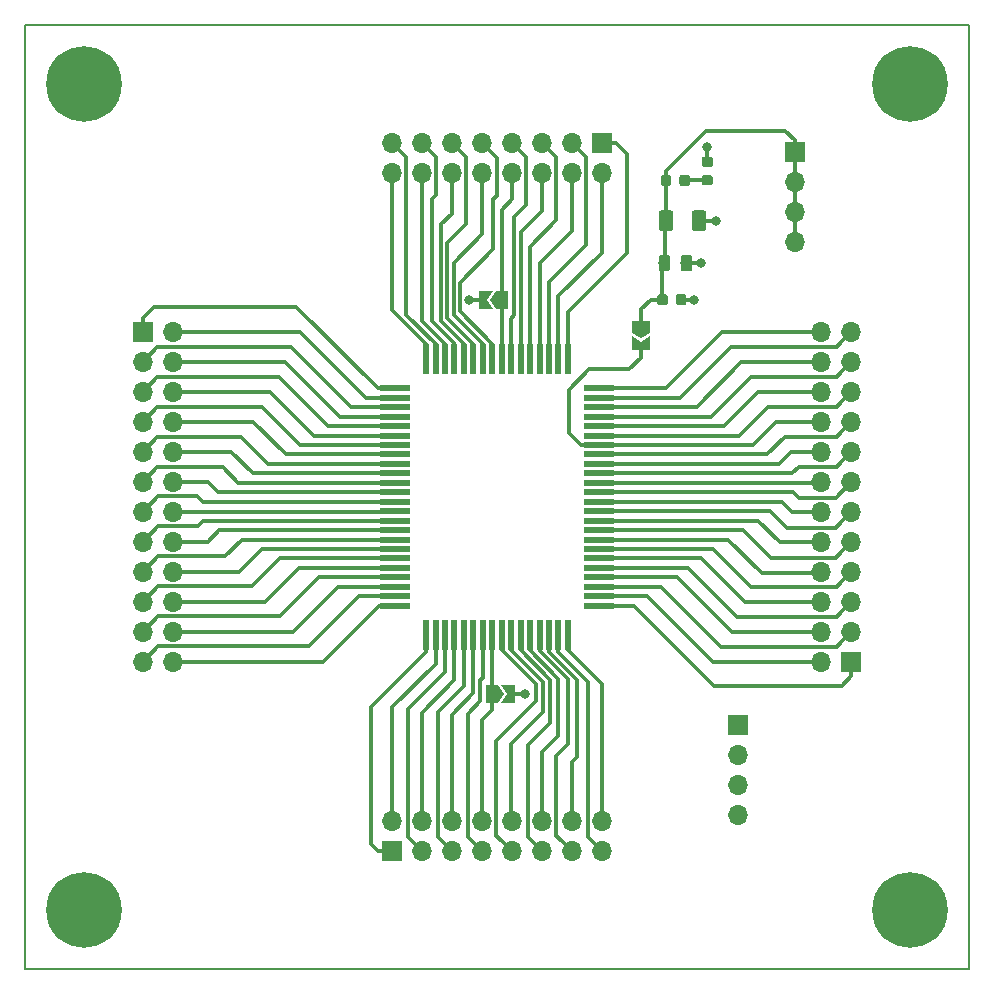
<source format=gbr>
G04 #@! TF.GenerationSoftware,KiCad,Pcbnew,5.0.2-bee76a0~70~ubuntu18.10.1*
G04 #@! TF.CreationDate,2019-01-06T00:09:58+02:00*
G04 #@! TF.ProjectId,GB-BRK-CPU-G1,47422d42-524b-42d4-9350-552d47312e6b,v1.0*
G04 #@! TF.SameCoordinates,Original*
G04 #@! TF.FileFunction,Copper,L1,Top*
G04 #@! TF.FilePolarity,Positive*
%FSLAX46Y46*%
G04 Gerber Fmt 4.6, Leading zero omitted, Abs format (unit mm)*
G04 Created by KiCad (PCBNEW 5.0.2-bee76a0~70~ubuntu18.10.1) date su  6. tammikuuta 2019 00.09.58*
%MOMM*%
%LPD*%
G01*
G04 APERTURE LIST*
G04 #@! TA.AperFunction,NonConductor*
%ADD10C,0.150000*%
G04 #@! TD*
G04 #@! TA.AperFunction,SMDPad,CuDef*
%ADD11R,0.500000X2.500000*%
G04 #@! TD*
G04 #@! TA.AperFunction,SMDPad,CuDef*
%ADD12R,2.500000X0.500000*%
G04 #@! TD*
G04 #@! TA.AperFunction,ComponentPad*
%ADD13C,0.800000*%
G04 #@! TD*
G04 #@! TA.AperFunction,ComponentPad*
%ADD14C,6.400000*%
G04 #@! TD*
G04 #@! TA.AperFunction,Conductor*
%ADD15C,0.100000*%
G04 #@! TD*
G04 #@! TA.AperFunction,SMDPad,CuDef*
%ADD16C,0.875000*%
G04 #@! TD*
G04 #@! TA.AperFunction,SMDPad,CuDef*
%ADD17C,0.975000*%
G04 #@! TD*
G04 #@! TA.AperFunction,SMDPad,CuDef*
%ADD18C,1.250000*%
G04 #@! TD*
G04 #@! TA.AperFunction,SMDPad,CuDef*
%ADD19C,0.300000*%
G04 #@! TD*
G04 #@! TA.AperFunction,ComponentPad*
%ADD20O,1.700000X1.700000*%
G04 #@! TD*
G04 #@! TA.AperFunction,ComponentPad*
%ADD21R,1.700000X1.700000*%
G04 #@! TD*
G04 #@! TA.AperFunction,ViaPad*
%ADD22C,0.800000*%
G04 #@! TD*
G04 #@! TA.AperFunction,Conductor*
%ADD23C,0.320000*%
G04 #@! TD*
G04 APERTURE END LIST*
D10*
X140000000Y-60000000D02*
X60000000Y-60000000D01*
X140000000Y-140000000D02*
X140000000Y-60000000D01*
X60000000Y-140000000D02*
X140000000Y-140000000D01*
X60000000Y-60000000D02*
X60000000Y-140000000D01*
D11*
G04 #@! TO.P,U1,80*
G04 #@! TO.N,/Pin_80*
X94000000Y-88350000D03*
G04 #@! TO.P,U1,79*
G04 #@! TO.N,/Pin_79*
X94800000Y-88350000D03*
G04 #@! TO.P,U1,78*
G04 #@! TO.N,/Pin_78*
X95600000Y-88350000D03*
G04 #@! TO.P,U1,77*
G04 #@! TO.N,/Pin_77*
X96400000Y-88350000D03*
G04 #@! TO.P,U1,76*
G04 #@! TO.N,/Pin_76*
X97200000Y-88350000D03*
G04 #@! TO.P,U1,75*
G04 #@! TO.N,/Pin_75*
X98000000Y-88350000D03*
G04 #@! TO.P,U1,74*
G04 #@! TO.N,/Pin_74*
X98800000Y-88350000D03*
G04 #@! TO.P,U1,73*
G04 #@! TO.N,/Pin_73*
X99600000Y-88350000D03*
G04 #@! TO.P,U1,72*
G04 #@! TO.N,/Pin_72*
X100400000Y-88350000D03*
G04 #@! TO.P,U1,71*
G04 #@! TO.N,/Pin_71*
X101200000Y-88350000D03*
G04 #@! TO.P,U1,70*
G04 #@! TO.N,/Pin_70*
X102000000Y-88350000D03*
G04 #@! TO.P,U1,69*
G04 #@! TO.N,/Pin_69*
X102800000Y-88350000D03*
G04 #@! TO.P,U1,68*
G04 #@! TO.N,/Pin_68*
X103600000Y-88350000D03*
G04 #@! TO.P,U1,67*
G04 #@! TO.N,/Pin_67*
X104400000Y-88350000D03*
G04 #@! TO.P,U1,66*
G04 #@! TO.N,/Pin_66*
X105200000Y-88350000D03*
D12*
G04 #@! TO.P,U1,64*
G04 #@! TO.N,/Pin_64*
X108600000Y-90800000D03*
G04 #@! TO.P,U1,63*
G04 #@! TO.N,/Pin_63*
X108600000Y-91600000D03*
G04 #@! TO.P,U1,62*
G04 #@! TO.N,/Pin_62*
X108600000Y-92400000D03*
G04 #@! TO.P,U1,61*
G04 #@! TO.N,/Pin_61*
X108600000Y-93200000D03*
G04 #@! TO.P,U1,60*
G04 #@! TO.N,/Pin_60*
X108600000Y-94000000D03*
G04 #@! TO.P,U1,59*
G04 #@! TO.N,/Pin_59*
X108600000Y-94800000D03*
G04 #@! TO.P,U1,58*
G04 #@! TO.N,/Pin_58*
X108600000Y-95600000D03*
G04 #@! TO.P,U1,57*
G04 #@! TO.N,/Pin_57*
X108600000Y-96400000D03*
G04 #@! TO.P,U1,56*
G04 #@! TO.N,/Pin_56*
X108600000Y-97200000D03*
G04 #@! TO.P,U1,55*
G04 #@! TO.N,/Pin_55*
X108600000Y-98000000D03*
G04 #@! TO.P,U1,54*
G04 #@! TO.N,/Pin_54*
X108600000Y-98800000D03*
G04 #@! TO.P,U1,53*
G04 #@! TO.N,/Pin_53*
X108600000Y-99600000D03*
G04 #@! TO.P,U1,52*
G04 #@! TO.N,/Pin_52*
X108600000Y-100400000D03*
G04 #@! TO.P,U1,51*
G04 #@! TO.N,/Pin_51*
X108600000Y-101200000D03*
G04 #@! TO.P,U1,50*
G04 #@! TO.N,/Pin_50*
X108600000Y-102000000D03*
G04 #@! TO.P,U1,49*
G04 #@! TO.N,/Pin_49*
X108600000Y-102800000D03*
G04 #@! TO.P,U1,48*
G04 #@! TO.N,/Pin_48*
X108600000Y-103600000D03*
G04 #@! TO.P,U1,47*
G04 #@! TO.N,/Pin_47*
X108600000Y-104400000D03*
G04 #@! TO.P,U1,46*
G04 #@! TO.N,/Pin_46*
X108600000Y-105200000D03*
G04 #@! TO.P,U1,45*
G04 #@! TO.N,/Pin_45*
X108600000Y-106000000D03*
G04 #@! TO.P,U1,44*
G04 #@! TO.N,/Pin_44*
X108600000Y-106800000D03*
G04 #@! TO.P,U1,43*
G04 #@! TO.N,/Pin_43*
X108600000Y-107600000D03*
G04 #@! TO.P,U1,42*
G04 #@! TO.N,/Pin_42*
X108600000Y-108400000D03*
D11*
G04 #@! TO.P,U1,40*
G04 #@! TO.N,/Pin_40*
X106000000Y-111650000D03*
G04 #@! TO.P,U1,39*
G04 #@! TO.N,/Pin_39*
X105200000Y-111650000D03*
G04 #@! TO.P,U1,38*
G04 #@! TO.N,/Pin_38*
X104400000Y-111650000D03*
G04 #@! TO.P,U1,37*
G04 #@! TO.N,/Pin_37*
X103600000Y-111650000D03*
G04 #@! TO.P,U1,36*
G04 #@! TO.N,/Pin_36*
X102800000Y-111650000D03*
G04 #@! TO.P,U1,35*
G04 #@! TO.N,/Pin_35*
X102000000Y-111650000D03*
G04 #@! TO.P,U1,34*
G04 #@! TO.N,/Pin_34*
X101200000Y-111650000D03*
G04 #@! TO.P,U1,33*
G04 #@! TO.N,/Pin_33*
X100400000Y-111650000D03*
G04 #@! TO.P,U1,32*
G04 #@! TO.N,/Pin_32*
X99600000Y-111650000D03*
G04 #@! TO.P,U1,31*
G04 #@! TO.N,/Pin_31*
X98800000Y-111650000D03*
G04 #@! TO.P,U1,30*
G04 #@! TO.N,/Pin_30*
X98000000Y-111650000D03*
G04 #@! TO.P,U1,29*
G04 #@! TO.N,/Pin_29*
X97200000Y-111650000D03*
G04 #@! TO.P,U1,28*
G04 #@! TO.N,/Pin_28*
X96400000Y-111650000D03*
G04 #@! TO.P,U1,27*
G04 #@! TO.N,/Pin_27*
X95600000Y-111650000D03*
G04 #@! TO.P,U1,26*
G04 #@! TO.N,/Pin_26*
X94800000Y-111650000D03*
D12*
G04 #@! TO.P,U1,24*
G04 #@! TO.N,/Pin_24*
X91400000Y-109200000D03*
G04 #@! TO.P,U1,23*
G04 #@! TO.N,/Pin_23*
X91400000Y-108400000D03*
G04 #@! TO.P,U1,22*
G04 #@! TO.N,/Pin_22*
X91400000Y-107600000D03*
G04 #@! TO.P,U1,21*
G04 #@! TO.N,/Pin_21*
X91400000Y-106800000D03*
G04 #@! TO.P,U1,20*
G04 #@! TO.N,/Pin_20*
X91400000Y-106000000D03*
G04 #@! TO.P,U1,19*
G04 #@! TO.N,/Pin_19*
X91400000Y-105200000D03*
G04 #@! TO.P,U1,18*
G04 #@! TO.N,/Pin_18*
X91400000Y-104400000D03*
G04 #@! TO.P,U1,17*
G04 #@! TO.N,/Pin_17*
X91400000Y-103600000D03*
G04 #@! TO.P,U1,16*
G04 #@! TO.N,/Pin_16*
X91400000Y-102800000D03*
G04 #@! TO.P,U1,15*
G04 #@! TO.N,/Pin_15*
X91400000Y-102000000D03*
G04 #@! TO.P,U1,14*
G04 #@! TO.N,/Pin_14*
X91400000Y-101200000D03*
G04 #@! TO.P,U1,13*
G04 #@! TO.N,/Pin_13*
X91400000Y-100400000D03*
G04 #@! TO.P,U1,12*
G04 #@! TO.N,/Pin_12*
X91400000Y-99600000D03*
G04 #@! TO.P,U1,11*
G04 #@! TO.N,/Pin_11*
X91400000Y-98800000D03*
G04 #@! TO.P,U1,10*
G04 #@! TO.N,/Pin_10*
X91400000Y-98000000D03*
G04 #@! TO.P,U1,9*
G04 #@! TO.N,/Pin_9*
X91400000Y-97200000D03*
G04 #@! TO.P,U1,8*
G04 #@! TO.N,/Pin_8*
X91400000Y-96400000D03*
G04 #@! TO.P,U1,7*
G04 #@! TO.N,/Pin_7*
X91400000Y-95600000D03*
G04 #@! TO.P,U1,6*
G04 #@! TO.N,/Pin_6*
X91400000Y-94800000D03*
G04 #@! TO.P,U1,5*
G04 #@! TO.N,/Pin_5*
X91400000Y-94000000D03*
G04 #@! TO.P,U1,4*
G04 #@! TO.N,/Pin_4*
X91400000Y-93200000D03*
G04 #@! TO.P,U1,3*
G04 #@! TO.N,/Pin_3*
X91400000Y-92400000D03*
G04 #@! TO.P,U1,2*
G04 #@! TO.N,/Pin_2*
X91400000Y-91600000D03*
G04 #@! TO.P,U1,41*
G04 #@! TO.N,/Pin_41*
X108600000Y-109200000D03*
D11*
G04 #@! TO.P,U1,25*
G04 #@! TO.N,/Pin_25*
X94000000Y-111650000D03*
D12*
G04 #@! TO.P,U1,1*
G04 #@! TO.N,/Pin_1*
X91400000Y-90800000D03*
D11*
G04 #@! TO.P,U1,65*
G04 #@! TO.N,/Pin_65*
X106000000Y-88350000D03*
G04 #@! TD*
D13*
G04 #@! TO.P,MK2,1*
G04 #@! TO.N,GND*
X66697056Y-133302944D03*
X65000000Y-132600000D03*
X63302944Y-133302944D03*
X62600000Y-135000000D03*
X63302944Y-136697056D03*
X65000000Y-137400000D03*
X66697056Y-136697056D03*
X67400000Y-135000000D03*
D14*
X65000000Y-135000000D03*
G04 #@! TD*
D13*
G04 #@! TO.P,MK1,1*
G04 #@! TO.N,GND*
X66697056Y-63302944D03*
X65000000Y-62600000D03*
X63302944Y-63302944D03*
X62600000Y-65000000D03*
X63302944Y-66697056D03*
X65000000Y-67400000D03*
X66697056Y-66697056D03*
X67400000Y-65000000D03*
D14*
X65000000Y-65000000D03*
G04 #@! TD*
D13*
G04 #@! TO.P,MK3,1*
G04 #@! TO.N,GND*
X136697056Y-63302944D03*
X135000000Y-62600000D03*
X133302944Y-63302944D03*
X132600000Y-65000000D03*
X133302944Y-66697056D03*
X135000000Y-67400000D03*
X136697056Y-66697056D03*
X137400000Y-65000000D03*
D14*
X135000000Y-65000000D03*
G04 #@! TD*
D13*
G04 #@! TO.P,MK4,1*
G04 #@! TO.N,GND*
X136697056Y-133302944D03*
X135000000Y-132600000D03*
X133302944Y-133302944D03*
X132600000Y-135000000D03*
X133302944Y-136697056D03*
X135000000Y-137400000D03*
X136697056Y-136697056D03*
X137400000Y-135000000D03*
D14*
X135000000Y-135000000D03*
G04 #@! TD*
D15*
G04 #@! TO.N,GND*
G04 #@! TO.C,C1*
G36*
X115827691Y-82826053D02*
X115848926Y-82829203D01*
X115869750Y-82834419D01*
X115889962Y-82841651D01*
X115909368Y-82850830D01*
X115927781Y-82861866D01*
X115945024Y-82874654D01*
X115960930Y-82889070D01*
X115975346Y-82904976D01*
X115988134Y-82922219D01*
X115999170Y-82940632D01*
X116008349Y-82960038D01*
X116015581Y-82980250D01*
X116020797Y-83001074D01*
X116023947Y-83022309D01*
X116025000Y-83043750D01*
X116025000Y-83556250D01*
X116023947Y-83577691D01*
X116020797Y-83598926D01*
X116015581Y-83619750D01*
X116008349Y-83639962D01*
X115999170Y-83659368D01*
X115988134Y-83677781D01*
X115975346Y-83695024D01*
X115960930Y-83710930D01*
X115945024Y-83725346D01*
X115927781Y-83738134D01*
X115909368Y-83749170D01*
X115889962Y-83758349D01*
X115869750Y-83765581D01*
X115848926Y-83770797D01*
X115827691Y-83773947D01*
X115806250Y-83775000D01*
X115368750Y-83775000D01*
X115347309Y-83773947D01*
X115326074Y-83770797D01*
X115305250Y-83765581D01*
X115285038Y-83758349D01*
X115265632Y-83749170D01*
X115247219Y-83738134D01*
X115229976Y-83725346D01*
X115214070Y-83710930D01*
X115199654Y-83695024D01*
X115186866Y-83677781D01*
X115175830Y-83659368D01*
X115166651Y-83639962D01*
X115159419Y-83619750D01*
X115154203Y-83598926D01*
X115151053Y-83577691D01*
X115150000Y-83556250D01*
X115150000Y-83043750D01*
X115151053Y-83022309D01*
X115154203Y-83001074D01*
X115159419Y-82980250D01*
X115166651Y-82960038D01*
X115175830Y-82940632D01*
X115186866Y-82922219D01*
X115199654Y-82904976D01*
X115214070Y-82889070D01*
X115229976Y-82874654D01*
X115247219Y-82861866D01*
X115265632Y-82850830D01*
X115285038Y-82841651D01*
X115305250Y-82834419D01*
X115326074Y-82829203D01*
X115347309Y-82826053D01*
X115368750Y-82825000D01*
X115806250Y-82825000D01*
X115827691Y-82826053D01*
X115827691Y-82826053D01*
G37*
D16*
G04 #@! TD*
G04 #@! TO.P,C1,2*
G04 #@! TO.N,GND*
X115587500Y-83300000D03*
D15*
G04 #@! TO.N,+5V*
G04 #@! TO.C,C1*
G36*
X114252691Y-82826053D02*
X114273926Y-82829203D01*
X114294750Y-82834419D01*
X114314962Y-82841651D01*
X114334368Y-82850830D01*
X114352781Y-82861866D01*
X114370024Y-82874654D01*
X114385930Y-82889070D01*
X114400346Y-82904976D01*
X114413134Y-82922219D01*
X114424170Y-82940632D01*
X114433349Y-82960038D01*
X114440581Y-82980250D01*
X114445797Y-83001074D01*
X114448947Y-83022309D01*
X114450000Y-83043750D01*
X114450000Y-83556250D01*
X114448947Y-83577691D01*
X114445797Y-83598926D01*
X114440581Y-83619750D01*
X114433349Y-83639962D01*
X114424170Y-83659368D01*
X114413134Y-83677781D01*
X114400346Y-83695024D01*
X114385930Y-83710930D01*
X114370024Y-83725346D01*
X114352781Y-83738134D01*
X114334368Y-83749170D01*
X114314962Y-83758349D01*
X114294750Y-83765581D01*
X114273926Y-83770797D01*
X114252691Y-83773947D01*
X114231250Y-83775000D01*
X113793750Y-83775000D01*
X113772309Y-83773947D01*
X113751074Y-83770797D01*
X113730250Y-83765581D01*
X113710038Y-83758349D01*
X113690632Y-83749170D01*
X113672219Y-83738134D01*
X113654976Y-83725346D01*
X113639070Y-83710930D01*
X113624654Y-83695024D01*
X113611866Y-83677781D01*
X113600830Y-83659368D01*
X113591651Y-83639962D01*
X113584419Y-83619750D01*
X113579203Y-83598926D01*
X113576053Y-83577691D01*
X113575000Y-83556250D01*
X113575000Y-83043750D01*
X113576053Y-83022309D01*
X113579203Y-83001074D01*
X113584419Y-82980250D01*
X113591651Y-82960038D01*
X113600830Y-82940632D01*
X113611866Y-82922219D01*
X113624654Y-82904976D01*
X113639070Y-82889070D01*
X113654976Y-82874654D01*
X113672219Y-82861866D01*
X113690632Y-82850830D01*
X113710038Y-82841651D01*
X113730250Y-82834419D01*
X113751074Y-82829203D01*
X113772309Y-82826053D01*
X113793750Y-82825000D01*
X114231250Y-82825000D01*
X114252691Y-82826053D01*
X114252691Y-82826053D01*
G37*
D16*
G04 #@! TD*
G04 #@! TO.P,C1,1*
G04 #@! TO.N,+5V*
X114012500Y-83300000D03*
D15*
G04 #@! TO.N,GND*
G04 #@! TO.C,C2*
G36*
X116305142Y-79501174D02*
X116328803Y-79504684D01*
X116352007Y-79510496D01*
X116374529Y-79518554D01*
X116396153Y-79528782D01*
X116416670Y-79541079D01*
X116435883Y-79555329D01*
X116453607Y-79571393D01*
X116469671Y-79589117D01*
X116483921Y-79608330D01*
X116496218Y-79628847D01*
X116506446Y-79650471D01*
X116514504Y-79672993D01*
X116520316Y-79696197D01*
X116523826Y-79719858D01*
X116525000Y-79743750D01*
X116525000Y-80656250D01*
X116523826Y-80680142D01*
X116520316Y-80703803D01*
X116514504Y-80727007D01*
X116506446Y-80749529D01*
X116496218Y-80771153D01*
X116483921Y-80791670D01*
X116469671Y-80810883D01*
X116453607Y-80828607D01*
X116435883Y-80844671D01*
X116416670Y-80858921D01*
X116396153Y-80871218D01*
X116374529Y-80881446D01*
X116352007Y-80889504D01*
X116328803Y-80895316D01*
X116305142Y-80898826D01*
X116281250Y-80900000D01*
X115793750Y-80900000D01*
X115769858Y-80898826D01*
X115746197Y-80895316D01*
X115722993Y-80889504D01*
X115700471Y-80881446D01*
X115678847Y-80871218D01*
X115658330Y-80858921D01*
X115639117Y-80844671D01*
X115621393Y-80828607D01*
X115605329Y-80810883D01*
X115591079Y-80791670D01*
X115578782Y-80771153D01*
X115568554Y-80749529D01*
X115560496Y-80727007D01*
X115554684Y-80703803D01*
X115551174Y-80680142D01*
X115550000Y-80656250D01*
X115550000Y-79743750D01*
X115551174Y-79719858D01*
X115554684Y-79696197D01*
X115560496Y-79672993D01*
X115568554Y-79650471D01*
X115578782Y-79628847D01*
X115591079Y-79608330D01*
X115605329Y-79589117D01*
X115621393Y-79571393D01*
X115639117Y-79555329D01*
X115658330Y-79541079D01*
X115678847Y-79528782D01*
X115700471Y-79518554D01*
X115722993Y-79510496D01*
X115746197Y-79504684D01*
X115769858Y-79501174D01*
X115793750Y-79500000D01*
X116281250Y-79500000D01*
X116305142Y-79501174D01*
X116305142Y-79501174D01*
G37*
D17*
G04 #@! TD*
G04 #@! TO.P,C2,2*
G04 #@! TO.N,GND*
X116037500Y-80200000D03*
D15*
G04 #@! TO.N,+5V*
G04 #@! TO.C,C2*
G36*
X114430142Y-79501174D02*
X114453803Y-79504684D01*
X114477007Y-79510496D01*
X114499529Y-79518554D01*
X114521153Y-79528782D01*
X114541670Y-79541079D01*
X114560883Y-79555329D01*
X114578607Y-79571393D01*
X114594671Y-79589117D01*
X114608921Y-79608330D01*
X114621218Y-79628847D01*
X114631446Y-79650471D01*
X114639504Y-79672993D01*
X114645316Y-79696197D01*
X114648826Y-79719858D01*
X114650000Y-79743750D01*
X114650000Y-80656250D01*
X114648826Y-80680142D01*
X114645316Y-80703803D01*
X114639504Y-80727007D01*
X114631446Y-80749529D01*
X114621218Y-80771153D01*
X114608921Y-80791670D01*
X114594671Y-80810883D01*
X114578607Y-80828607D01*
X114560883Y-80844671D01*
X114541670Y-80858921D01*
X114521153Y-80871218D01*
X114499529Y-80881446D01*
X114477007Y-80889504D01*
X114453803Y-80895316D01*
X114430142Y-80898826D01*
X114406250Y-80900000D01*
X113918750Y-80900000D01*
X113894858Y-80898826D01*
X113871197Y-80895316D01*
X113847993Y-80889504D01*
X113825471Y-80881446D01*
X113803847Y-80871218D01*
X113783330Y-80858921D01*
X113764117Y-80844671D01*
X113746393Y-80828607D01*
X113730329Y-80810883D01*
X113716079Y-80791670D01*
X113703782Y-80771153D01*
X113693554Y-80749529D01*
X113685496Y-80727007D01*
X113679684Y-80703803D01*
X113676174Y-80680142D01*
X113675000Y-80656250D01*
X113675000Y-79743750D01*
X113676174Y-79719858D01*
X113679684Y-79696197D01*
X113685496Y-79672993D01*
X113693554Y-79650471D01*
X113703782Y-79628847D01*
X113716079Y-79608330D01*
X113730329Y-79589117D01*
X113746393Y-79571393D01*
X113764117Y-79555329D01*
X113783330Y-79541079D01*
X113803847Y-79528782D01*
X113825471Y-79518554D01*
X113847993Y-79510496D01*
X113871197Y-79504684D01*
X113894858Y-79501174D01*
X113918750Y-79500000D01*
X114406250Y-79500000D01*
X114430142Y-79501174D01*
X114430142Y-79501174D01*
G37*
D17*
G04 #@! TD*
G04 #@! TO.P,C2,1*
G04 #@! TO.N,+5V*
X114162500Y-80200000D03*
D15*
G04 #@! TO.N,GND*
G04 #@! TO.C,C3*
G36*
X117499504Y-75726204D02*
X117523773Y-75729804D01*
X117547571Y-75735765D01*
X117570671Y-75744030D01*
X117592849Y-75754520D01*
X117613893Y-75767133D01*
X117633598Y-75781747D01*
X117651777Y-75798223D01*
X117668253Y-75816402D01*
X117682867Y-75836107D01*
X117695480Y-75857151D01*
X117705970Y-75879329D01*
X117714235Y-75902429D01*
X117720196Y-75926227D01*
X117723796Y-75950496D01*
X117725000Y-75975000D01*
X117725000Y-77225000D01*
X117723796Y-77249504D01*
X117720196Y-77273773D01*
X117714235Y-77297571D01*
X117705970Y-77320671D01*
X117695480Y-77342849D01*
X117682867Y-77363893D01*
X117668253Y-77383598D01*
X117651777Y-77401777D01*
X117633598Y-77418253D01*
X117613893Y-77432867D01*
X117592849Y-77445480D01*
X117570671Y-77455970D01*
X117547571Y-77464235D01*
X117523773Y-77470196D01*
X117499504Y-77473796D01*
X117475000Y-77475000D01*
X116725000Y-77475000D01*
X116700496Y-77473796D01*
X116676227Y-77470196D01*
X116652429Y-77464235D01*
X116629329Y-77455970D01*
X116607151Y-77445480D01*
X116586107Y-77432867D01*
X116566402Y-77418253D01*
X116548223Y-77401777D01*
X116531747Y-77383598D01*
X116517133Y-77363893D01*
X116504520Y-77342849D01*
X116494030Y-77320671D01*
X116485765Y-77297571D01*
X116479804Y-77273773D01*
X116476204Y-77249504D01*
X116475000Y-77225000D01*
X116475000Y-75975000D01*
X116476204Y-75950496D01*
X116479804Y-75926227D01*
X116485765Y-75902429D01*
X116494030Y-75879329D01*
X116504520Y-75857151D01*
X116517133Y-75836107D01*
X116531747Y-75816402D01*
X116548223Y-75798223D01*
X116566402Y-75781747D01*
X116586107Y-75767133D01*
X116607151Y-75754520D01*
X116629329Y-75744030D01*
X116652429Y-75735765D01*
X116676227Y-75729804D01*
X116700496Y-75726204D01*
X116725000Y-75725000D01*
X117475000Y-75725000D01*
X117499504Y-75726204D01*
X117499504Y-75726204D01*
G37*
D18*
G04 #@! TD*
G04 #@! TO.P,C3,2*
G04 #@! TO.N,GND*
X117100000Y-76600000D03*
D15*
G04 #@! TO.N,+5V*
G04 #@! TO.C,C3*
G36*
X114699504Y-75726204D02*
X114723773Y-75729804D01*
X114747571Y-75735765D01*
X114770671Y-75744030D01*
X114792849Y-75754520D01*
X114813893Y-75767133D01*
X114833598Y-75781747D01*
X114851777Y-75798223D01*
X114868253Y-75816402D01*
X114882867Y-75836107D01*
X114895480Y-75857151D01*
X114905970Y-75879329D01*
X114914235Y-75902429D01*
X114920196Y-75926227D01*
X114923796Y-75950496D01*
X114925000Y-75975000D01*
X114925000Y-77225000D01*
X114923796Y-77249504D01*
X114920196Y-77273773D01*
X114914235Y-77297571D01*
X114905970Y-77320671D01*
X114895480Y-77342849D01*
X114882867Y-77363893D01*
X114868253Y-77383598D01*
X114851777Y-77401777D01*
X114833598Y-77418253D01*
X114813893Y-77432867D01*
X114792849Y-77445480D01*
X114770671Y-77455970D01*
X114747571Y-77464235D01*
X114723773Y-77470196D01*
X114699504Y-77473796D01*
X114675000Y-77475000D01*
X113925000Y-77475000D01*
X113900496Y-77473796D01*
X113876227Y-77470196D01*
X113852429Y-77464235D01*
X113829329Y-77455970D01*
X113807151Y-77445480D01*
X113786107Y-77432867D01*
X113766402Y-77418253D01*
X113748223Y-77401777D01*
X113731747Y-77383598D01*
X113717133Y-77363893D01*
X113704520Y-77342849D01*
X113694030Y-77320671D01*
X113685765Y-77297571D01*
X113679804Y-77273773D01*
X113676204Y-77249504D01*
X113675000Y-77225000D01*
X113675000Y-75975000D01*
X113676204Y-75950496D01*
X113679804Y-75926227D01*
X113685765Y-75902429D01*
X113694030Y-75879329D01*
X113704520Y-75857151D01*
X113717133Y-75836107D01*
X113731747Y-75816402D01*
X113748223Y-75798223D01*
X113766402Y-75781747D01*
X113786107Y-75767133D01*
X113807151Y-75754520D01*
X113829329Y-75744030D01*
X113852429Y-75735765D01*
X113876227Y-75729804D01*
X113900496Y-75726204D01*
X113925000Y-75725000D01*
X114675000Y-75725000D01*
X114699504Y-75726204D01*
X114699504Y-75726204D01*
G37*
D18*
G04 #@! TD*
G04 #@! TO.P,C3,1*
G04 #@! TO.N,+5V*
X114300000Y-76600000D03*
D19*
G04 #@! TO.P,JP3,1*
G04 #@! TO.N,/Pin_72*
X100425000Y-83300000D03*
D15*
G04 #@! TD*
G04 #@! TO.N,/Pin_72*
G04 #@! TO.C,JP3*
G36*
X99425000Y-83300000D02*
X99925000Y-82550000D01*
X100925000Y-82550000D01*
X100925000Y-84050000D01*
X99925000Y-84050000D01*
X99425000Y-83300000D01*
X99425000Y-83300000D01*
G37*
D19*
G04 #@! TO.P,JP3,2*
G04 #@! TO.N,GND*
X98975000Y-83300000D03*
D15*
G04 #@! TD*
G04 #@! TO.N,GND*
G04 #@! TO.C,JP3*
G36*
X98475000Y-82550000D02*
X99625000Y-82550000D01*
X99125000Y-83300000D01*
X99625000Y-84050000D01*
X98475000Y-84050000D01*
X98475000Y-82550000D01*
X98475000Y-82550000D01*
G37*
D19*
G04 #@! TO.P,JP2,1*
G04 #@! TO.N,+5V*
X112200000Y-85575000D03*
D15*
G04 #@! TD*
G04 #@! TO.N,+5V*
G04 #@! TO.C,JP2*
G36*
X112200000Y-86575000D02*
X111450000Y-86075000D01*
X111450000Y-85075000D01*
X112950000Y-85075000D01*
X112950000Y-86075000D01*
X112200000Y-86575000D01*
X112200000Y-86575000D01*
G37*
D19*
G04 #@! TO.P,JP2,2*
G04 #@! TO.N,/Pin_58*
X112200000Y-87025000D03*
D15*
G04 #@! TD*
G04 #@! TO.N,/Pin_58*
G04 #@! TO.C,JP2*
G36*
X111450000Y-87525000D02*
X111450000Y-86375000D01*
X112200000Y-86875000D01*
X112950000Y-86375000D01*
X112950000Y-87525000D01*
X111450000Y-87525000D01*
X111450000Y-87525000D01*
G37*
D19*
G04 #@! TO.P,JP1,1*
G04 #@! TO.N,/Pin_32*
X99575000Y-116700000D03*
D15*
G04 #@! TD*
G04 #@! TO.N,/Pin_32*
G04 #@! TO.C,JP1*
G36*
X100575000Y-116700000D02*
X100075000Y-117450000D01*
X99075000Y-117450000D01*
X99075000Y-115950000D01*
X100075000Y-115950000D01*
X100575000Y-116700000D01*
X100575000Y-116700000D01*
G37*
D19*
G04 #@! TO.P,JP1,2*
G04 #@! TO.N,GND*
X101025000Y-116700000D03*
D15*
G04 #@! TD*
G04 #@! TO.N,GND*
G04 #@! TO.C,JP1*
G36*
X101525000Y-117450000D02*
X100375000Y-117450000D01*
X100875000Y-116700000D01*
X100375000Y-115950000D01*
X101525000Y-115950000D01*
X101525000Y-117450000D01*
X101525000Y-117450000D01*
G37*
G04 #@! TO.N,Net-(D1-Pad2)*
G04 #@! TO.C,D1*
G36*
X118077691Y-72751053D02*
X118098926Y-72754203D01*
X118119750Y-72759419D01*
X118139962Y-72766651D01*
X118159368Y-72775830D01*
X118177781Y-72786866D01*
X118195024Y-72799654D01*
X118210930Y-72814070D01*
X118225346Y-72829976D01*
X118238134Y-72847219D01*
X118249170Y-72865632D01*
X118258349Y-72885038D01*
X118265581Y-72905250D01*
X118270797Y-72926074D01*
X118273947Y-72947309D01*
X118275000Y-72968750D01*
X118275000Y-73406250D01*
X118273947Y-73427691D01*
X118270797Y-73448926D01*
X118265581Y-73469750D01*
X118258349Y-73489962D01*
X118249170Y-73509368D01*
X118238134Y-73527781D01*
X118225346Y-73545024D01*
X118210930Y-73560930D01*
X118195024Y-73575346D01*
X118177781Y-73588134D01*
X118159368Y-73599170D01*
X118139962Y-73608349D01*
X118119750Y-73615581D01*
X118098926Y-73620797D01*
X118077691Y-73623947D01*
X118056250Y-73625000D01*
X117543750Y-73625000D01*
X117522309Y-73623947D01*
X117501074Y-73620797D01*
X117480250Y-73615581D01*
X117460038Y-73608349D01*
X117440632Y-73599170D01*
X117422219Y-73588134D01*
X117404976Y-73575346D01*
X117389070Y-73560930D01*
X117374654Y-73545024D01*
X117361866Y-73527781D01*
X117350830Y-73509368D01*
X117341651Y-73489962D01*
X117334419Y-73469750D01*
X117329203Y-73448926D01*
X117326053Y-73427691D01*
X117325000Y-73406250D01*
X117325000Y-72968750D01*
X117326053Y-72947309D01*
X117329203Y-72926074D01*
X117334419Y-72905250D01*
X117341651Y-72885038D01*
X117350830Y-72865632D01*
X117361866Y-72847219D01*
X117374654Y-72829976D01*
X117389070Y-72814070D01*
X117404976Y-72799654D01*
X117422219Y-72786866D01*
X117440632Y-72775830D01*
X117460038Y-72766651D01*
X117480250Y-72759419D01*
X117501074Y-72754203D01*
X117522309Y-72751053D01*
X117543750Y-72750000D01*
X118056250Y-72750000D01*
X118077691Y-72751053D01*
X118077691Y-72751053D01*
G37*
D16*
G04 #@! TD*
G04 #@! TO.P,D1,2*
G04 #@! TO.N,Net-(D1-Pad2)*
X117800000Y-73187500D03*
D15*
G04 #@! TO.N,GND*
G04 #@! TO.C,D1*
G36*
X118077691Y-71176053D02*
X118098926Y-71179203D01*
X118119750Y-71184419D01*
X118139962Y-71191651D01*
X118159368Y-71200830D01*
X118177781Y-71211866D01*
X118195024Y-71224654D01*
X118210930Y-71239070D01*
X118225346Y-71254976D01*
X118238134Y-71272219D01*
X118249170Y-71290632D01*
X118258349Y-71310038D01*
X118265581Y-71330250D01*
X118270797Y-71351074D01*
X118273947Y-71372309D01*
X118275000Y-71393750D01*
X118275000Y-71831250D01*
X118273947Y-71852691D01*
X118270797Y-71873926D01*
X118265581Y-71894750D01*
X118258349Y-71914962D01*
X118249170Y-71934368D01*
X118238134Y-71952781D01*
X118225346Y-71970024D01*
X118210930Y-71985930D01*
X118195024Y-72000346D01*
X118177781Y-72013134D01*
X118159368Y-72024170D01*
X118139962Y-72033349D01*
X118119750Y-72040581D01*
X118098926Y-72045797D01*
X118077691Y-72048947D01*
X118056250Y-72050000D01*
X117543750Y-72050000D01*
X117522309Y-72048947D01*
X117501074Y-72045797D01*
X117480250Y-72040581D01*
X117460038Y-72033349D01*
X117440632Y-72024170D01*
X117422219Y-72013134D01*
X117404976Y-72000346D01*
X117389070Y-71985930D01*
X117374654Y-71970024D01*
X117361866Y-71952781D01*
X117350830Y-71934368D01*
X117341651Y-71914962D01*
X117334419Y-71894750D01*
X117329203Y-71873926D01*
X117326053Y-71852691D01*
X117325000Y-71831250D01*
X117325000Y-71393750D01*
X117326053Y-71372309D01*
X117329203Y-71351074D01*
X117334419Y-71330250D01*
X117341651Y-71310038D01*
X117350830Y-71290632D01*
X117361866Y-71272219D01*
X117374654Y-71254976D01*
X117389070Y-71239070D01*
X117404976Y-71224654D01*
X117422219Y-71211866D01*
X117440632Y-71200830D01*
X117460038Y-71191651D01*
X117480250Y-71184419D01*
X117501074Y-71179203D01*
X117522309Y-71176053D01*
X117543750Y-71175000D01*
X118056250Y-71175000D01*
X118077691Y-71176053D01*
X118077691Y-71176053D01*
G37*
D16*
G04 #@! TD*
G04 #@! TO.P,D1,1*
G04 #@! TO.N,GND*
X117800000Y-71612500D03*
D15*
G04 #@! TO.N,+5V*
G04 #@! TO.C,R1*
G36*
X114552691Y-72726053D02*
X114573926Y-72729203D01*
X114594750Y-72734419D01*
X114614962Y-72741651D01*
X114634368Y-72750830D01*
X114652781Y-72761866D01*
X114670024Y-72774654D01*
X114685930Y-72789070D01*
X114700346Y-72804976D01*
X114713134Y-72822219D01*
X114724170Y-72840632D01*
X114733349Y-72860038D01*
X114740581Y-72880250D01*
X114745797Y-72901074D01*
X114748947Y-72922309D01*
X114750000Y-72943750D01*
X114750000Y-73456250D01*
X114748947Y-73477691D01*
X114745797Y-73498926D01*
X114740581Y-73519750D01*
X114733349Y-73539962D01*
X114724170Y-73559368D01*
X114713134Y-73577781D01*
X114700346Y-73595024D01*
X114685930Y-73610930D01*
X114670024Y-73625346D01*
X114652781Y-73638134D01*
X114634368Y-73649170D01*
X114614962Y-73658349D01*
X114594750Y-73665581D01*
X114573926Y-73670797D01*
X114552691Y-73673947D01*
X114531250Y-73675000D01*
X114093750Y-73675000D01*
X114072309Y-73673947D01*
X114051074Y-73670797D01*
X114030250Y-73665581D01*
X114010038Y-73658349D01*
X113990632Y-73649170D01*
X113972219Y-73638134D01*
X113954976Y-73625346D01*
X113939070Y-73610930D01*
X113924654Y-73595024D01*
X113911866Y-73577781D01*
X113900830Y-73559368D01*
X113891651Y-73539962D01*
X113884419Y-73519750D01*
X113879203Y-73498926D01*
X113876053Y-73477691D01*
X113875000Y-73456250D01*
X113875000Y-72943750D01*
X113876053Y-72922309D01*
X113879203Y-72901074D01*
X113884419Y-72880250D01*
X113891651Y-72860038D01*
X113900830Y-72840632D01*
X113911866Y-72822219D01*
X113924654Y-72804976D01*
X113939070Y-72789070D01*
X113954976Y-72774654D01*
X113972219Y-72761866D01*
X113990632Y-72750830D01*
X114010038Y-72741651D01*
X114030250Y-72734419D01*
X114051074Y-72729203D01*
X114072309Y-72726053D01*
X114093750Y-72725000D01*
X114531250Y-72725000D01*
X114552691Y-72726053D01*
X114552691Y-72726053D01*
G37*
D16*
G04 #@! TD*
G04 #@! TO.P,R1,2*
G04 #@! TO.N,+5V*
X114312500Y-73200000D03*
D15*
G04 #@! TO.N,Net-(D1-Pad2)*
G04 #@! TO.C,R1*
G36*
X116127691Y-72726053D02*
X116148926Y-72729203D01*
X116169750Y-72734419D01*
X116189962Y-72741651D01*
X116209368Y-72750830D01*
X116227781Y-72761866D01*
X116245024Y-72774654D01*
X116260930Y-72789070D01*
X116275346Y-72804976D01*
X116288134Y-72822219D01*
X116299170Y-72840632D01*
X116308349Y-72860038D01*
X116315581Y-72880250D01*
X116320797Y-72901074D01*
X116323947Y-72922309D01*
X116325000Y-72943750D01*
X116325000Y-73456250D01*
X116323947Y-73477691D01*
X116320797Y-73498926D01*
X116315581Y-73519750D01*
X116308349Y-73539962D01*
X116299170Y-73559368D01*
X116288134Y-73577781D01*
X116275346Y-73595024D01*
X116260930Y-73610930D01*
X116245024Y-73625346D01*
X116227781Y-73638134D01*
X116209368Y-73649170D01*
X116189962Y-73658349D01*
X116169750Y-73665581D01*
X116148926Y-73670797D01*
X116127691Y-73673947D01*
X116106250Y-73675000D01*
X115668750Y-73675000D01*
X115647309Y-73673947D01*
X115626074Y-73670797D01*
X115605250Y-73665581D01*
X115585038Y-73658349D01*
X115565632Y-73649170D01*
X115547219Y-73638134D01*
X115529976Y-73625346D01*
X115514070Y-73610930D01*
X115499654Y-73595024D01*
X115486866Y-73577781D01*
X115475830Y-73559368D01*
X115466651Y-73539962D01*
X115459419Y-73519750D01*
X115454203Y-73498926D01*
X115451053Y-73477691D01*
X115450000Y-73456250D01*
X115450000Y-72943750D01*
X115451053Y-72922309D01*
X115454203Y-72901074D01*
X115459419Y-72880250D01*
X115466651Y-72860038D01*
X115475830Y-72840632D01*
X115486866Y-72822219D01*
X115499654Y-72804976D01*
X115514070Y-72789070D01*
X115529976Y-72774654D01*
X115547219Y-72761866D01*
X115565632Y-72750830D01*
X115585038Y-72741651D01*
X115605250Y-72734419D01*
X115626074Y-72729203D01*
X115647309Y-72726053D01*
X115668750Y-72725000D01*
X116106250Y-72725000D01*
X116127691Y-72726053D01*
X116127691Y-72726053D01*
G37*
D16*
G04 #@! TD*
G04 #@! TO.P,R1,1*
G04 #@! TO.N,Net-(D1-Pad2)*
X115887500Y-73200000D03*
D20*
G04 #@! TO.P,J5,4*
G04 #@! TO.N,GND*
X120400000Y-126920000D03*
G04 #@! TO.P,J5,3*
X120400000Y-124380000D03*
G04 #@! TO.P,J5,2*
X120400000Y-121840000D03*
D21*
G04 #@! TO.P,J5,1*
X120400000Y-119300000D03*
G04 #@! TD*
D20*
G04 #@! TO.P,J1,24*
G04 #@! TO.N,/Pin_24*
X72540000Y-113940000D03*
G04 #@! TO.P,J1,23*
G04 #@! TO.N,/Pin_23*
X70000000Y-113940000D03*
G04 #@! TO.P,J1,22*
G04 #@! TO.N,/Pin_22*
X72540000Y-111400000D03*
G04 #@! TO.P,J1,21*
G04 #@! TO.N,/Pin_21*
X70000000Y-111400000D03*
G04 #@! TO.P,J1,20*
G04 #@! TO.N,/Pin_20*
X72540000Y-108860000D03*
G04 #@! TO.P,J1,19*
G04 #@! TO.N,/Pin_19*
X70000000Y-108860000D03*
G04 #@! TO.P,J1,18*
G04 #@! TO.N,/Pin_18*
X72540000Y-106320000D03*
G04 #@! TO.P,J1,17*
G04 #@! TO.N,/Pin_17*
X70000000Y-106320000D03*
G04 #@! TO.P,J1,16*
G04 #@! TO.N,/Pin_16*
X72540000Y-103780000D03*
G04 #@! TO.P,J1,15*
G04 #@! TO.N,/Pin_15*
X70000000Y-103780000D03*
G04 #@! TO.P,J1,14*
G04 #@! TO.N,/Pin_14*
X72540000Y-101240000D03*
G04 #@! TO.P,J1,13*
G04 #@! TO.N,/Pin_13*
X70000000Y-101240000D03*
G04 #@! TO.P,J1,12*
G04 #@! TO.N,/Pin_12*
X72540000Y-98700000D03*
G04 #@! TO.P,J1,11*
G04 #@! TO.N,/Pin_11*
X70000000Y-98700000D03*
G04 #@! TO.P,J1,10*
G04 #@! TO.N,/Pin_10*
X72540000Y-96160000D03*
G04 #@! TO.P,J1,9*
G04 #@! TO.N,/Pin_9*
X70000000Y-96160000D03*
G04 #@! TO.P,J1,8*
G04 #@! TO.N,/Pin_8*
X72540000Y-93620000D03*
G04 #@! TO.P,J1,7*
G04 #@! TO.N,/Pin_7*
X70000000Y-93620000D03*
G04 #@! TO.P,J1,6*
G04 #@! TO.N,/Pin_6*
X72540000Y-91080000D03*
G04 #@! TO.P,J1,5*
G04 #@! TO.N,/Pin_5*
X70000000Y-91080000D03*
G04 #@! TO.P,J1,4*
G04 #@! TO.N,/Pin_4*
X72540000Y-88540000D03*
G04 #@! TO.P,J1,3*
G04 #@! TO.N,/Pin_3*
X70000000Y-88540000D03*
G04 #@! TO.P,J1,2*
G04 #@! TO.N,/Pin_2*
X72540000Y-86000000D03*
D21*
G04 #@! TO.P,J1,1*
G04 #@! TO.N,/Pin_1*
X70000000Y-86000000D03*
G04 #@! TD*
D20*
G04 #@! TO.P,J2,16*
G04 #@! TO.N,/Pin_40*
X108880000Y-127460000D03*
G04 #@! TO.P,J2,15*
G04 #@! TO.N,/Pin_39*
X108880000Y-130000000D03*
G04 #@! TO.P,J2,14*
G04 #@! TO.N,/Pin_38*
X106340000Y-127460000D03*
G04 #@! TO.P,J2,13*
G04 #@! TO.N,/Pin_37*
X106340000Y-130000000D03*
G04 #@! TO.P,J2,12*
G04 #@! TO.N,/Pin_36*
X103800000Y-127460000D03*
G04 #@! TO.P,J2,11*
G04 #@! TO.N,/Pin_35*
X103800000Y-130000000D03*
G04 #@! TO.P,J2,10*
G04 #@! TO.N,/Pin_34*
X101260000Y-127460000D03*
G04 #@! TO.P,J2,9*
G04 #@! TO.N,/Pin_33*
X101260000Y-130000000D03*
G04 #@! TO.P,J2,8*
G04 #@! TO.N,/Pin_32*
X98720000Y-127460000D03*
G04 #@! TO.P,J2,7*
G04 #@! TO.N,/Pin_31*
X98720000Y-130000000D03*
G04 #@! TO.P,J2,6*
G04 #@! TO.N,/Pin_30*
X96180000Y-127460000D03*
G04 #@! TO.P,J2,5*
G04 #@! TO.N,/Pin_29*
X96180000Y-130000000D03*
G04 #@! TO.P,J2,4*
G04 #@! TO.N,/Pin_28*
X93640000Y-127460000D03*
G04 #@! TO.P,J2,3*
G04 #@! TO.N,/Pin_27*
X93640000Y-130000000D03*
G04 #@! TO.P,J2,2*
G04 #@! TO.N,/Pin_26*
X91100000Y-127460000D03*
D21*
G04 #@! TO.P,J2,1*
G04 #@! TO.N,/Pin_25*
X91100000Y-130000000D03*
G04 #@! TD*
D20*
G04 #@! TO.P,J3,24*
G04 #@! TO.N,/Pin_64*
X127460000Y-86060000D03*
G04 #@! TO.P,J3,23*
G04 #@! TO.N,/Pin_63*
X130000000Y-86060000D03*
G04 #@! TO.P,J3,22*
G04 #@! TO.N,/Pin_62*
X127460000Y-88600000D03*
G04 #@! TO.P,J3,21*
G04 #@! TO.N,/Pin_61*
X130000000Y-88600000D03*
G04 #@! TO.P,J3,20*
G04 #@! TO.N,/Pin_60*
X127460000Y-91140000D03*
G04 #@! TO.P,J3,19*
G04 #@! TO.N,/Pin_59*
X130000000Y-91140000D03*
G04 #@! TO.P,J3,18*
G04 #@! TO.N,/Pin_58*
X127460000Y-93680000D03*
G04 #@! TO.P,J3,17*
G04 #@! TO.N,/Pin_57*
X130000000Y-93680000D03*
G04 #@! TO.P,J3,16*
G04 #@! TO.N,/Pin_56*
X127460000Y-96220000D03*
G04 #@! TO.P,J3,15*
G04 #@! TO.N,/Pin_55*
X130000000Y-96220000D03*
G04 #@! TO.P,J3,14*
G04 #@! TO.N,/Pin_54*
X127460000Y-98760000D03*
G04 #@! TO.P,J3,13*
G04 #@! TO.N,/Pin_53*
X130000000Y-98760000D03*
G04 #@! TO.P,J3,12*
G04 #@! TO.N,/Pin_52*
X127460000Y-101300000D03*
G04 #@! TO.P,J3,11*
G04 #@! TO.N,/Pin_51*
X130000000Y-101300000D03*
G04 #@! TO.P,J3,10*
G04 #@! TO.N,/Pin_50*
X127460000Y-103840000D03*
G04 #@! TO.P,J3,9*
G04 #@! TO.N,/Pin_49*
X130000000Y-103840000D03*
G04 #@! TO.P,J3,8*
G04 #@! TO.N,/Pin_48*
X127460000Y-106380000D03*
G04 #@! TO.P,J3,7*
G04 #@! TO.N,/Pin_47*
X130000000Y-106380000D03*
G04 #@! TO.P,J3,6*
G04 #@! TO.N,/Pin_46*
X127460000Y-108920000D03*
G04 #@! TO.P,J3,5*
G04 #@! TO.N,/Pin_45*
X130000000Y-108920000D03*
G04 #@! TO.P,J3,4*
G04 #@! TO.N,/Pin_44*
X127460000Y-111460000D03*
G04 #@! TO.P,J3,3*
G04 #@! TO.N,/Pin_43*
X130000000Y-111460000D03*
G04 #@! TO.P,J3,2*
G04 #@! TO.N,/Pin_42*
X127460000Y-114000000D03*
D21*
G04 #@! TO.P,J3,1*
G04 #@! TO.N,/Pin_41*
X130000000Y-114000000D03*
G04 #@! TD*
D20*
G04 #@! TO.P,J4,16*
G04 #@! TO.N,/Pin_80*
X91120000Y-72540000D03*
G04 #@! TO.P,J4,15*
G04 #@! TO.N,/Pin_79*
X91120000Y-70000000D03*
G04 #@! TO.P,J4,14*
G04 #@! TO.N,/Pin_78*
X93660000Y-72540000D03*
G04 #@! TO.P,J4,13*
G04 #@! TO.N,/Pin_77*
X93660000Y-70000000D03*
G04 #@! TO.P,J4,12*
G04 #@! TO.N,/Pin_76*
X96200000Y-72540000D03*
G04 #@! TO.P,J4,11*
G04 #@! TO.N,/Pin_75*
X96200000Y-70000000D03*
G04 #@! TO.P,J4,10*
G04 #@! TO.N,/Pin_74*
X98740000Y-72540000D03*
G04 #@! TO.P,J4,9*
G04 #@! TO.N,/Pin_73*
X98740000Y-70000000D03*
G04 #@! TO.P,J4,8*
G04 #@! TO.N,/Pin_72*
X101280000Y-72540000D03*
G04 #@! TO.P,J4,7*
G04 #@! TO.N,/Pin_71*
X101280000Y-70000000D03*
G04 #@! TO.P,J4,6*
G04 #@! TO.N,/Pin_70*
X103820000Y-72540000D03*
G04 #@! TO.P,J4,5*
G04 #@! TO.N,/Pin_69*
X103820000Y-70000000D03*
G04 #@! TO.P,J4,4*
G04 #@! TO.N,/Pin_68*
X106360000Y-72540000D03*
G04 #@! TO.P,J4,3*
G04 #@! TO.N,/Pin_67*
X106360000Y-70000000D03*
G04 #@! TO.P,J4,2*
G04 #@! TO.N,/Pin_66*
X108900000Y-72540000D03*
D21*
G04 #@! TO.P,J4,1*
G04 #@! TO.N,/Pin_65*
X108900000Y-70000000D03*
G04 #@! TD*
D20*
G04 #@! TO.P,J6,4*
G04 #@! TO.N,+5V*
X125200000Y-78420000D03*
G04 #@! TO.P,J6,3*
X125200000Y-75880000D03*
G04 #@! TO.P,J6,2*
X125200000Y-73340000D03*
D21*
G04 #@! TO.P,J6,1*
X125200000Y-70800000D03*
G04 #@! TD*
D22*
G04 #@! TO.N,GND*
X102400000Y-116700000D03*
X97600000Y-83300000D03*
X116700000Y-83300000D03*
X117300000Y-80200000D03*
X118500000Y-76600000D03*
X117800000Y-70400000D03*
G04 #@! TD*
D23*
G04 #@! TO.N,GND*
X101025000Y-116700000D02*
X102400000Y-116700000D01*
X98975000Y-83300000D02*
X97600000Y-83300000D01*
X115600000Y-83300000D02*
X116700000Y-83300000D01*
X115980000Y-80200000D02*
X117300000Y-80200000D01*
X117130000Y-76600000D02*
X118500000Y-76600000D01*
X117800000Y-71600000D02*
X117800000Y-70400000D01*
G04 #@! TO.N,/Pin_32*
X99600000Y-116675000D02*
X99575000Y-116700000D01*
X99600000Y-111550000D02*
X99600000Y-116675000D01*
X98720000Y-118880000D02*
X98720000Y-127460000D01*
X99575000Y-116700000D02*
X99575000Y-118025000D01*
X99575000Y-118025000D02*
X98720000Y-118880000D01*
G04 #@! TO.N,/Pin_58*
X108525000Y-95625000D02*
X108500000Y-95600000D01*
X126257919Y-93680000D02*
X127460000Y-93680000D01*
X123620000Y-93680000D02*
X126257919Y-93680000D01*
X108500000Y-95600000D02*
X121700000Y-95600000D01*
X121700000Y-95600000D02*
X123620000Y-93680000D01*
X112200000Y-88200000D02*
X112200000Y-87025000D01*
X107080000Y-95600000D02*
X106100000Y-94620000D01*
X108500000Y-95600000D02*
X107080000Y-95600000D01*
X106100000Y-90900000D02*
X107800000Y-89200000D01*
X106100000Y-94620000D02*
X106100000Y-90900000D01*
X107800000Y-89200000D02*
X111200000Y-89200000D01*
X111200000Y-89200000D02*
X112200000Y-88200000D01*
G04 #@! TO.N,+5V*
X114000000Y-80420000D02*
X114220000Y-80200000D01*
X114000000Y-83300000D02*
X114000000Y-80420000D01*
X114220000Y-76650000D02*
X114270000Y-76600000D01*
X114220000Y-80200000D02*
X114220000Y-76650000D01*
X114300000Y-76570000D02*
X114270000Y-76600000D01*
X114300000Y-73200000D02*
X114300000Y-76570000D01*
X113000000Y-83300000D02*
X114000000Y-83300000D01*
X112200000Y-85575000D02*
X112200000Y-84100000D01*
X112200000Y-84100000D02*
X113000000Y-83300000D01*
X125200000Y-70800000D02*
X125200000Y-73340000D01*
X125200000Y-73340000D02*
X125200000Y-75880000D01*
X125200000Y-75880000D02*
X125200000Y-78420000D01*
X125200000Y-69800000D02*
X125200000Y-70800000D01*
X124400000Y-69000000D02*
X125200000Y-69800000D01*
X117680000Y-69000000D02*
X124400000Y-69000000D01*
X114300000Y-73200000D02*
X114300000Y-72380000D01*
X114300000Y-72380000D02*
X117680000Y-69000000D01*
G04 #@! TO.N,/Pin_72*
X100425000Y-88425000D02*
X100400000Y-88450000D01*
X100425000Y-83300000D02*
X100425000Y-88425000D01*
X101300000Y-72560000D02*
X101280000Y-72540000D01*
X100425000Y-83300000D02*
X100425000Y-75675000D01*
X101300000Y-74800000D02*
X101300000Y-72560000D01*
X100425000Y-75675000D02*
X101300000Y-74800000D01*
G04 #@! TO.N,Net-(D1-Pad2)*
X115900000Y-73200000D02*
X117800000Y-73200000D01*
G04 #@! TO.N,/Pin_65*
X110070000Y-70000000D02*
X108900000Y-70000000D01*
X111000000Y-70930000D02*
X110070000Y-70000000D01*
X111000000Y-79300000D02*
X111000000Y-70930000D01*
X106000000Y-88450000D02*
X106000000Y-84300000D01*
X106000000Y-84300000D02*
X111000000Y-79300000D01*
G04 #@! TO.N,/Pin_1*
X89900000Y-90800000D02*
X91500000Y-90800000D01*
X83000000Y-83900000D02*
X89900000Y-90800000D01*
X70930000Y-83900000D02*
X83000000Y-83900000D01*
X70000000Y-86000000D02*
X70000000Y-84830000D01*
X70000000Y-84830000D02*
X70930000Y-83900000D01*
G04 #@! TO.N,/Pin_25*
X89930000Y-130000000D02*
X91100000Y-130000000D01*
X89300000Y-129370000D02*
X89930000Y-130000000D01*
X89300000Y-117800000D02*
X89300000Y-129370000D01*
X94000000Y-111550000D02*
X94000000Y-113100000D01*
X94000000Y-113100000D02*
X89300000Y-117800000D01*
G04 #@! TO.N,/Pin_41*
X130000000Y-115170000D02*
X130000000Y-114000000D01*
X129170000Y-116000000D02*
X130000000Y-115170000D01*
X108500000Y-109200000D02*
X111600000Y-109200000D01*
X118400000Y-116000000D02*
X129170000Y-116000000D01*
X111600000Y-109200000D02*
X118400000Y-116000000D01*
G04 #@! TO.N,/Pin_2*
X90080000Y-91600000D02*
X91500000Y-91600000D01*
X88900000Y-91600000D02*
X90080000Y-91600000D01*
X72540000Y-86000000D02*
X83300000Y-86000000D01*
X83300000Y-86000000D02*
X88900000Y-91600000D01*
G04 #@! TO.N,/Pin_3*
X87600000Y-92400000D02*
X91500000Y-92400000D01*
X82529999Y-87329999D02*
X87600000Y-92400000D01*
X70000000Y-88540000D02*
X71210001Y-87329999D01*
X71210001Y-87329999D02*
X82529999Y-87329999D01*
G04 #@! TO.N,/Pin_4*
X72540000Y-88540000D02*
X82040000Y-88540000D01*
X86700000Y-93200000D02*
X91500000Y-93200000D01*
X82040000Y-88540000D02*
X86700000Y-93200000D01*
G04 #@! TO.N,/Pin_5*
X90080000Y-94000000D02*
X91500000Y-94000000D01*
X70000000Y-91080000D02*
X71210001Y-89869999D01*
X85700000Y-94000000D02*
X90080000Y-94000000D01*
X81569999Y-89869999D02*
X85700000Y-94000000D01*
X71210001Y-89869999D02*
X81569999Y-89869999D01*
G04 #@! TO.N,/Pin_6*
X84500000Y-94800000D02*
X91500000Y-94800000D01*
X72540000Y-91080000D02*
X80780000Y-91080000D01*
X80780000Y-91080000D02*
X84500000Y-94800000D01*
G04 #@! TO.N,/Pin_7*
X90080000Y-95600000D02*
X91500000Y-95600000D01*
X83300000Y-95600000D02*
X90080000Y-95600000D01*
X80109999Y-92409999D02*
X83300000Y-95600000D01*
X70000000Y-93620000D02*
X71210001Y-92409999D01*
X71210001Y-92409999D02*
X80109999Y-92409999D01*
G04 #@! TO.N,/Pin_8*
X90080000Y-96400000D02*
X91500000Y-96400000D01*
X82100000Y-96400000D02*
X90080000Y-96400000D01*
X72540000Y-93620000D02*
X79320000Y-93620000D01*
X79320000Y-93620000D02*
X82100000Y-96400000D01*
G04 #@! TO.N,/Pin_9*
X90080000Y-97200000D02*
X91500000Y-97200000D01*
X80600000Y-97200000D02*
X90080000Y-97200000D01*
X78349999Y-94949999D02*
X80600000Y-97200000D01*
X70000000Y-96160000D02*
X71210001Y-94949999D01*
X71210001Y-94949999D02*
X78349999Y-94949999D01*
G04 #@! TO.N,/Pin_10*
X72540000Y-96220000D02*
X72720000Y-96400000D01*
X90080000Y-98000000D02*
X91500000Y-98000000D01*
X79300000Y-98000000D02*
X90080000Y-98000000D01*
X72540000Y-96160000D02*
X77460000Y-96160000D01*
X77460000Y-96160000D02*
X79300000Y-98000000D01*
G04 #@! TO.N,/Pin_11*
X90080000Y-98800000D02*
X91500000Y-98800000D01*
X78100000Y-98800000D02*
X90080000Y-98800000D01*
X76789999Y-97489999D02*
X78100000Y-98800000D01*
X70000000Y-98700000D02*
X71210001Y-97489999D01*
X71210001Y-97489999D02*
X76789999Y-97489999D01*
G04 #@! TO.N,/Pin_12*
X90080000Y-99600000D02*
X91500000Y-99600000D01*
X76400000Y-99600000D02*
X90080000Y-99600000D01*
X72540000Y-98700000D02*
X75500000Y-98700000D01*
X75500000Y-98700000D02*
X76400000Y-99600000D01*
G04 #@! TO.N,/Pin_13*
X75100000Y-100400000D02*
X90080000Y-100400000D01*
X90080000Y-100400000D02*
X91500000Y-100400000D01*
X74610001Y-99910001D02*
X75100000Y-100400000D01*
X70000000Y-101240000D02*
X71329999Y-99910001D01*
X71329999Y-99910001D02*
X74610001Y-99910001D01*
G04 #@! TO.N,/Pin_14*
X91460000Y-101240000D02*
X91500000Y-101200000D01*
X72540000Y-101240000D02*
X91460000Y-101240000D01*
G04 #@! TO.N,/Pin_15*
X75100000Y-102000000D02*
X91500000Y-102000000D01*
X70000000Y-103780000D02*
X71329999Y-102450001D01*
X74649999Y-102450001D02*
X75100000Y-102000000D01*
X71329999Y-102450001D02*
X74649999Y-102450001D01*
G04 #@! TO.N,/Pin_16*
X76500000Y-102800000D02*
X90080000Y-102800000D01*
X72540000Y-103780000D02*
X75520000Y-103780000D01*
X90080000Y-102800000D02*
X91500000Y-102800000D01*
X75520000Y-103780000D02*
X76500000Y-102800000D01*
G04 #@! TO.N,/Pin_17*
X77009999Y-104990001D02*
X78400000Y-103600000D01*
X78400000Y-103600000D02*
X91500000Y-103600000D01*
X70000000Y-106320000D02*
X71329999Y-104990001D01*
X71329999Y-104990001D02*
X77009999Y-104990001D01*
G04 #@! TO.N,/Pin_18*
X90080000Y-104400000D02*
X91500000Y-104400000D01*
X80100000Y-104400000D02*
X90080000Y-104400000D01*
X72540000Y-106320000D02*
X78180000Y-106320000D01*
X78180000Y-106320000D02*
X80100000Y-104400000D01*
G04 #@! TO.N,/Pin_19*
X81600000Y-105200000D02*
X91500000Y-105200000D01*
X79269999Y-107530001D02*
X81600000Y-105200000D01*
X70000000Y-108860000D02*
X71329999Y-107530001D01*
X71329999Y-107530001D02*
X79269999Y-107530001D01*
G04 #@! TO.N,/Pin_20*
X90080000Y-106000000D02*
X91500000Y-106000000D01*
X83200000Y-106000000D02*
X90080000Y-106000000D01*
X72540000Y-108860000D02*
X80340000Y-108860000D01*
X80340000Y-108860000D02*
X83200000Y-106000000D01*
G04 #@! TO.N,/Pin_21*
X84900000Y-106800000D02*
X91500000Y-106800000D01*
X81629999Y-110070001D02*
X84900000Y-106800000D01*
X70000000Y-111400000D02*
X71329999Y-110070001D01*
X71329999Y-110070001D02*
X81629999Y-110070001D01*
G04 #@! TO.N,/Pin_22*
X72540000Y-111400000D02*
X82700000Y-111400000D01*
X86500000Y-107600000D02*
X91500000Y-107600000D01*
X82700000Y-111400000D02*
X86500000Y-107600000D01*
G04 #@! TO.N,/Pin_23*
X88300000Y-108400000D02*
X91500000Y-108400000D01*
X84089999Y-112610001D02*
X88300000Y-108400000D01*
X70000000Y-113940000D02*
X71329999Y-112610001D01*
X71329999Y-112610001D02*
X84089999Y-112610001D01*
G04 #@! TO.N,/Pin_24*
X90000000Y-109200000D02*
X91500000Y-109200000D01*
X72540000Y-113940000D02*
X85260000Y-113940000D01*
X85260000Y-113940000D02*
X90000000Y-109200000D01*
G04 #@! TO.N,/Pin_26*
X91100000Y-117800000D02*
X91100000Y-127460000D01*
X94800000Y-111550000D02*
X94800000Y-114100000D01*
X94800000Y-114100000D02*
X91100000Y-117800000D01*
G04 #@! TO.N,/Pin_27*
X92790001Y-129150001D02*
X93640000Y-130000000D01*
X92429999Y-128789999D02*
X92790001Y-129150001D01*
X92429999Y-117970001D02*
X92429999Y-128789999D01*
X95600000Y-111550000D02*
X95600000Y-114800000D01*
X95600000Y-114800000D02*
X92429999Y-117970001D01*
G04 #@! TO.N,/Pin_28*
X96400000Y-111550000D02*
X96400000Y-115500000D01*
X93640000Y-118260000D02*
X93640000Y-127460000D01*
X96400000Y-115500000D02*
X93640000Y-118260000D01*
G04 #@! TO.N,/Pin_29*
X95330001Y-129150001D02*
X96180000Y-130000000D01*
X94969999Y-128789999D02*
X95330001Y-129150001D01*
X94969999Y-118230001D02*
X94969999Y-128789999D01*
X97200000Y-111550000D02*
X97200000Y-116000000D01*
X97200000Y-116000000D02*
X94969999Y-118230001D01*
G04 #@! TO.N,/Pin_30*
X96180000Y-118420000D02*
X96180000Y-127460000D01*
X98000000Y-111550000D02*
X98000000Y-116600000D01*
X98000000Y-116600000D02*
X96180000Y-118420000D01*
G04 #@! TO.N,/Pin_31*
X97870001Y-129150001D02*
X98720000Y-130000000D01*
X98800000Y-115300000D02*
X98600000Y-115500000D01*
X98600000Y-115500000D02*
X98600000Y-117300000D01*
X98800000Y-111550000D02*
X98800000Y-115300000D01*
X98600000Y-117300000D02*
X97509999Y-118390001D01*
X97509999Y-118390001D02*
X97509999Y-128789999D01*
X97509999Y-128789999D02*
X97870001Y-129150001D01*
G04 #@! TO.N,/Pin_33*
X100410001Y-129150001D02*
X101260000Y-130000000D01*
X100400000Y-112970000D02*
X103300000Y-115870000D01*
X103300000Y-115870000D02*
X103300000Y-117300000D01*
X103300000Y-117300000D02*
X99930001Y-120669999D01*
X99930001Y-128670001D02*
X100410001Y-129150001D01*
X100400000Y-111550000D02*
X100400000Y-112970000D01*
X99930001Y-120669999D02*
X99930001Y-128670001D01*
G04 #@! TO.N,/Pin_34*
X101200000Y-127400000D02*
X101260000Y-127460000D01*
X101200000Y-120900000D02*
X101200000Y-127400000D01*
X103900000Y-118200000D02*
X101200000Y-120900000D01*
X103900000Y-115670000D02*
X103900000Y-118200000D01*
X101200000Y-111550000D02*
X101200000Y-112970000D01*
X101200000Y-112970000D02*
X103900000Y-115670000D01*
G04 #@! TO.N,/Pin_35*
X102000000Y-112970000D02*
X104500000Y-115470000D01*
X104500000Y-119100000D02*
X102589999Y-121010001D01*
X102000000Y-111550000D02*
X102000000Y-112970000D01*
X104500000Y-115470000D02*
X104500000Y-119100000D01*
X102589999Y-121010001D02*
X102589999Y-128789999D01*
X102950001Y-129150001D02*
X103800000Y-130000000D01*
X102589999Y-128789999D02*
X102950001Y-129150001D01*
G04 #@! TO.N,/Pin_36*
X103800000Y-121600000D02*
X103800000Y-127460000D01*
X105200000Y-120200000D02*
X103800000Y-121600000D01*
X105200000Y-115370000D02*
X105200000Y-120200000D01*
X102800000Y-111550000D02*
X102800000Y-112970000D01*
X102800000Y-112970000D02*
X105200000Y-115370000D01*
G04 #@! TO.N,/Pin_37*
X105490001Y-129150001D02*
X106340000Y-130000000D01*
X105000000Y-128660000D02*
X105490001Y-129150001D01*
X105000000Y-128050802D02*
X105000000Y-128660000D01*
X105010001Y-128040801D02*
X105000000Y-128050802D01*
X105010001Y-126879199D02*
X105010001Y-128040801D01*
X103600000Y-111550000D02*
X103600000Y-113034596D01*
X106000000Y-115434596D02*
X106000000Y-120900000D01*
X103600000Y-113034596D02*
X106000000Y-115434596D01*
X106000000Y-120900000D02*
X105000000Y-121900000D01*
X105000000Y-121900000D02*
X105000000Y-126869198D01*
X105000000Y-126869198D02*
X105010001Y-126879199D01*
G04 #@! TO.N,/Pin_38*
X106340000Y-122460000D02*
X106340000Y-127460000D01*
X106800000Y-115499193D02*
X106800000Y-122000000D01*
X106800000Y-122000000D02*
X106340000Y-122460000D01*
X104400000Y-111550000D02*
X104400000Y-113099193D01*
X104400000Y-113099193D02*
X106800000Y-115499193D01*
G04 #@! TO.N,/Pin_39*
X108030001Y-129150001D02*
X108880000Y-130000000D01*
X107669999Y-115633788D02*
X107669999Y-128789999D01*
X107669999Y-128789999D02*
X108030001Y-129150001D01*
X105200000Y-113163789D02*
X107669999Y-115633788D01*
X105200000Y-111550000D02*
X105200000Y-113163789D01*
G04 #@! TO.N,/Pin_40*
X108880000Y-126257919D02*
X108880000Y-127460000D01*
X108880000Y-115850000D02*
X108880000Y-126257919D01*
X106000000Y-111550000D02*
X106000000Y-112970000D01*
X106000000Y-112970000D02*
X108880000Y-115850000D01*
G04 #@! TO.N,/Pin_42*
X118300000Y-114000000D02*
X127460000Y-114000000D01*
X108500000Y-108400000D02*
X112700000Y-108400000D01*
X112700000Y-108400000D02*
X118300000Y-114000000D01*
G04 #@! TO.N,/Pin_43*
X128789999Y-112670001D02*
X129150001Y-112309999D01*
X129150001Y-112309999D02*
X130000000Y-111460000D01*
X118970001Y-112670001D02*
X128789999Y-112670001D01*
X108500000Y-107600000D02*
X113900000Y-107600000D01*
X113900000Y-107600000D02*
X118970001Y-112670001D01*
G04 #@! TO.N,/Pin_44*
X119860000Y-111460000D02*
X127460000Y-111460000D01*
X108500000Y-106800000D02*
X115200000Y-106800000D01*
X115200000Y-106800000D02*
X119860000Y-111460000D01*
G04 #@! TO.N,/Pin_45*
X129150001Y-109769999D02*
X130000000Y-108920000D01*
X120330001Y-110130001D02*
X128789999Y-110130001D01*
X128789999Y-110130001D02*
X129150001Y-109769999D01*
X108500000Y-106000000D02*
X116200000Y-106000000D01*
X116200000Y-106000000D02*
X120330001Y-110130001D01*
G04 #@! TO.N,/Pin_46*
X121020000Y-108920000D02*
X127460000Y-108920000D01*
X108500000Y-105200000D02*
X117300000Y-105200000D01*
X117300000Y-105200000D02*
X121020000Y-108920000D01*
G04 #@! TO.N,/Pin_47*
X129150001Y-107229999D02*
X130000000Y-106380000D01*
X128789999Y-107590001D02*
X129150001Y-107229999D01*
X121490001Y-107590001D02*
X128789999Y-107590001D01*
X108500000Y-104400000D02*
X118300000Y-104400000D01*
X118300000Y-104400000D02*
X121490001Y-107590001D01*
G04 #@! TO.N,/Pin_48*
X127440000Y-106400000D02*
X127460000Y-106380000D01*
X108500000Y-103600000D02*
X119600000Y-103600000D01*
X122400000Y-106400000D02*
X127440000Y-106400000D01*
X119600000Y-103600000D02*
X122400000Y-106400000D01*
G04 #@! TO.N,/Pin_49*
X129150001Y-104689999D02*
X130000000Y-103840000D01*
X123169999Y-105169999D02*
X128670001Y-105169999D01*
X108500000Y-102800000D02*
X120800000Y-102800000D01*
X128670001Y-105169999D02*
X129150001Y-104689999D01*
X120800000Y-102800000D02*
X123169999Y-105169999D01*
G04 #@! TO.N,/Pin_50*
X123940000Y-103840000D02*
X127460000Y-103840000D01*
X108500000Y-102000000D02*
X122100000Y-102000000D01*
X122100000Y-102000000D02*
X123940000Y-103840000D01*
G04 #@! TO.N,/Pin_51*
X129150001Y-102149999D02*
X130000000Y-101300000D01*
X128670001Y-102629999D02*
X129150001Y-102149999D01*
X124529999Y-102629999D02*
X128670001Y-102629999D01*
X108500000Y-101200000D02*
X123100000Y-101200000D01*
X123100000Y-101200000D02*
X124529999Y-102629999D01*
G04 #@! TO.N,/Pin_52*
X125000000Y-101300000D02*
X127460000Y-101300000D01*
X108500000Y-100400000D02*
X124100000Y-100400000D01*
X124100000Y-100400000D02*
X125000000Y-101300000D01*
G04 #@! TO.N,/Pin_53*
X128689999Y-100089999D02*
X128689999Y-100070001D01*
X125589999Y-100089999D02*
X128689999Y-100089999D01*
X128689999Y-100070001D02*
X130000000Y-98760000D01*
X108500000Y-99600000D02*
X125100000Y-99600000D01*
X125100000Y-99600000D02*
X125589999Y-100089999D01*
G04 #@! TO.N,/Pin_54*
X127420000Y-98800000D02*
X127460000Y-98760000D01*
X108500000Y-98800000D02*
X127420000Y-98800000D01*
G04 #@! TO.N,/Pin_55*
X129150001Y-97069999D02*
X130000000Y-96220000D01*
X128789999Y-97430001D02*
X129150001Y-97069999D01*
X125569999Y-97430001D02*
X128789999Y-97430001D01*
X108500000Y-98000000D02*
X125000000Y-98000000D01*
X125000000Y-98000000D02*
X125569999Y-97430001D01*
G04 #@! TO.N,/Pin_56*
X108500000Y-97200000D02*
X123900000Y-97200000D01*
X126257919Y-96220000D02*
X127460000Y-96220000D01*
X124880000Y-96220000D02*
X126257919Y-96220000D01*
X123900000Y-97200000D02*
X124880000Y-96220000D01*
G04 #@! TO.N,/Pin_57*
X129150001Y-94529999D02*
X130000000Y-93680000D01*
X128789999Y-94890001D02*
X129150001Y-94529999D01*
X124409999Y-94890001D02*
X128789999Y-94890001D01*
X108500000Y-96400000D02*
X122900000Y-96400000D01*
X122900000Y-96400000D02*
X124409999Y-94890001D01*
G04 #@! TO.N,/Pin_60*
X122060000Y-91140000D02*
X126257919Y-91140000D01*
X108500000Y-94000000D02*
X119200000Y-94000000D01*
X126257919Y-91140000D02*
X127460000Y-91140000D01*
X119200000Y-94000000D02*
X122060000Y-91140000D01*
G04 #@! TO.N,/Pin_61*
X128789999Y-89810001D02*
X129150001Y-89449999D01*
X121489999Y-89810001D02*
X128789999Y-89810001D01*
X129150001Y-89449999D02*
X130000000Y-88600000D01*
X108500000Y-93200000D02*
X118100000Y-93200000D01*
X118100000Y-93200000D02*
X121489999Y-89810001D01*
G04 #@! TO.N,/Pin_62*
X120700000Y-88600000D02*
X127460000Y-88600000D01*
X108500000Y-92400000D02*
X116900000Y-92400000D01*
X116900000Y-92400000D02*
X120700000Y-88600000D01*
G04 #@! TO.N,/Pin_63*
X129150001Y-86909999D02*
X130000000Y-86060000D01*
X128789999Y-87270001D02*
X129150001Y-86909999D01*
X119829999Y-87270001D02*
X128789999Y-87270001D01*
X108500000Y-91600000D02*
X115500000Y-91600000D01*
X115500000Y-91600000D02*
X119829999Y-87270001D01*
G04 #@! TO.N,/Pin_64*
X126257919Y-86060000D02*
X127460000Y-86060000D01*
X108500000Y-90800000D02*
X114300000Y-90800000D01*
X119040000Y-86060000D02*
X126257919Y-86060000D01*
X114300000Y-90800000D02*
X119040000Y-86060000D01*
G04 #@! TO.N,/Pin_66*
X108900000Y-79300000D02*
X108900000Y-72540000D01*
X105200000Y-88450000D02*
X105200000Y-83000000D01*
X105200000Y-83000000D02*
X108900000Y-79300000D01*
G04 #@! TO.N,/Pin_67*
X107209999Y-70849999D02*
X106360000Y-70000000D01*
X107570001Y-71210001D02*
X107209999Y-70849999D01*
X107570001Y-78629999D02*
X107570001Y-71210001D01*
X104400000Y-88450000D02*
X104400000Y-81800000D01*
X104400000Y-81800000D02*
X107570001Y-78629999D01*
G04 #@! TO.N,/Pin_68*
X106360000Y-77440000D02*
X106360000Y-72540000D01*
X103600000Y-88450000D02*
X103600000Y-80200000D01*
X103600000Y-80200000D02*
X106360000Y-77440000D01*
G04 #@! TO.N,/Pin_69*
X104669999Y-70849999D02*
X103820000Y-70000000D01*
X105030001Y-71210001D02*
X104669999Y-70849999D01*
X105030001Y-76569999D02*
X105030001Y-71210001D01*
X102800000Y-88450000D02*
X102800000Y-78800000D01*
X102800000Y-78800000D02*
X105030001Y-76569999D01*
G04 #@! TO.N,/Pin_71*
X102129999Y-70849999D02*
X101280000Y-70000000D01*
X101200000Y-84900000D02*
X101479990Y-84620010D01*
X101200000Y-88450000D02*
X101200000Y-84900000D01*
X101479990Y-84620010D02*
X101479990Y-76320010D01*
X101479990Y-76320010D02*
X102490001Y-75309999D01*
X102490001Y-75309999D02*
X102490001Y-71210001D01*
X102490001Y-71210001D02*
X102129999Y-70849999D01*
G04 #@! TO.N,/Pin_73*
X100000000Y-71260000D02*
X99589999Y-70849999D01*
X99600000Y-87030000D02*
X96839999Y-84269999D01*
X96839999Y-84269999D02*
X96839999Y-81860001D01*
X99600000Y-88450000D02*
X99600000Y-87030000D01*
X99700000Y-74800000D02*
X100000000Y-74500000D01*
X96839999Y-81860001D02*
X99700000Y-79000000D01*
X99589999Y-70849999D02*
X98740000Y-70000000D01*
X100000000Y-74500000D02*
X100000000Y-71260000D01*
X99700000Y-79000000D02*
X99700000Y-74800000D01*
G04 #@! TO.N,/Pin_74*
X96319989Y-80180011D02*
X98740000Y-77760000D01*
X96319989Y-84549989D02*
X96319989Y-80180011D01*
X98800000Y-88450000D02*
X98800000Y-87030000D01*
X98740000Y-77760000D02*
X98740000Y-72540000D01*
X98800000Y-87030000D02*
X96319989Y-84549989D01*
G04 #@! TO.N,/Pin_75*
X98000000Y-87030000D02*
X95799979Y-84829979D01*
X95799979Y-78500021D02*
X97410001Y-76889999D01*
X98000000Y-88450000D02*
X98000000Y-87030000D01*
X97410001Y-76889999D02*
X97410001Y-71210001D01*
X95799979Y-84829979D02*
X95799979Y-78500021D01*
X97049999Y-70849999D02*
X96200000Y-70000000D01*
X97410001Y-71210001D02*
X97049999Y-70849999D01*
G04 #@! TO.N,/Pin_76*
X96200000Y-76000000D02*
X96200000Y-72540000D01*
X95279969Y-76920031D02*
X96200000Y-76000000D01*
X95279969Y-85109969D02*
X95279969Y-76920031D01*
X97200000Y-88450000D02*
X97200000Y-87030000D01*
X97200000Y-87030000D02*
X95279969Y-85109969D01*
G04 #@! TO.N,/Pin_77*
X94509999Y-70849999D02*
X93660000Y-70000000D01*
X96400000Y-88450000D02*
X96400000Y-86965404D01*
X94870001Y-74429999D02*
X94870001Y-71210001D01*
X94870001Y-71210001D02*
X94509999Y-70849999D01*
X94500000Y-85065404D02*
X94500000Y-74800000D01*
X96400000Y-86965404D02*
X94500000Y-85065404D01*
X94500000Y-74800000D02*
X94870001Y-74429999D01*
G04 #@! TO.N,/Pin_78*
X93660000Y-73742081D02*
X93660000Y-72540000D01*
X93660000Y-85090000D02*
X93660000Y-73742081D01*
X95600000Y-87030000D02*
X93660000Y-85090000D01*
X95600000Y-88450000D02*
X95600000Y-87030000D01*
G04 #@! TO.N,/Pin_79*
X91969999Y-70849999D02*
X91120000Y-70000000D01*
X92330001Y-84560001D02*
X92330001Y-71210001D01*
X92330001Y-71210001D02*
X91969999Y-70849999D01*
X94800000Y-87030000D02*
X92330001Y-84560001D01*
X94800000Y-88450000D02*
X94800000Y-87030000D01*
G04 #@! TO.N,/Pin_80*
X91120000Y-84150000D02*
X91120000Y-73742081D01*
X91120000Y-73742081D02*
X91120000Y-72540000D01*
X94000000Y-87030000D02*
X91120000Y-84150000D01*
X94000000Y-88450000D02*
X94000000Y-87030000D01*
G04 #@! TO.N,/Pin_59*
X129150001Y-91989999D02*
X130000000Y-91140000D01*
X128789999Y-92350001D02*
X129150001Y-91989999D01*
X122949999Y-92350001D02*
X128789999Y-92350001D01*
X108500000Y-94800000D02*
X120500000Y-94800000D01*
X120500000Y-94800000D02*
X122949999Y-92350001D01*
G04 #@! TO.N,/Pin_70*
X103820000Y-75780000D02*
X103820000Y-72540000D01*
X102000000Y-88450000D02*
X102000000Y-77600000D01*
X102000000Y-77600000D02*
X103820000Y-75780000D01*
G04 #@! TD*
M02*

</source>
